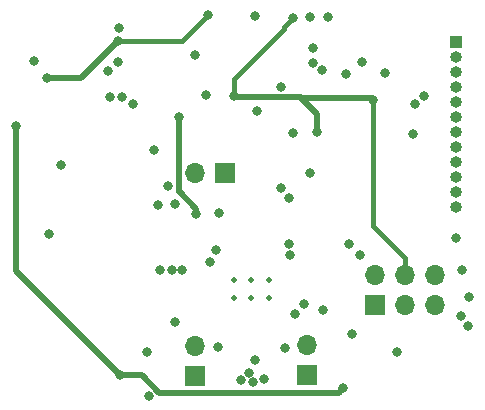
<source format=gbr>
%TF.GenerationSoftware,KiCad,Pcbnew,(5.1.6)-1*%
%TF.CreationDate,2021-10-06T19:04:01+02:00*%
%TF.ProjectId,DotBot,446f7442-6f74-42e6-9b69-6361645f7063,rev?*%
%TF.SameCoordinates,Original*%
%TF.FileFunction,Copper,L3,Inr*%
%TF.FilePolarity,Positive*%
%FSLAX46Y46*%
G04 Gerber Fmt 4.6, Leading zero omitted, Abs format (unit mm)*
G04 Created by KiCad (PCBNEW (5.1.6)-1) date 2021-10-06 19:04:01*
%MOMM*%
%LPD*%
G01*
G04 APERTURE LIST*
%TA.AperFunction,ViaPad*%
%ADD10O,1.000000X1.000000*%
%TD*%
%TA.AperFunction,ViaPad*%
%ADD11R,1.000000X1.000000*%
%TD*%
%TA.AperFunction,ViaPad*%
%ADD12O,1.700000X1.700000*%
%TD*%
%TA.AperFunction,ViaPad*%
%ADD13R,1.700000X1.700000*%
%TD*%
%TA.AperFunction,ViaPad*%
%ADD14C,0.500000*%
%TD*%
%TA.AperFunction,ViaPad*%
%ADD15C,0.800000*%
%TD*%
%TA.AperFunction,Conductor*%
%ADD16C,0.500000*%
%TD*%
%TA.AperFunction,Conductor*%
%ADD17C,0.400000*%
%TD*%
G04 APERTURE END LIST*
D10*
%TO.N,P1_09*%
%TO.C,J5*%
X112800000Y-65070000D03*
%TO.N,P0_28*%
X112800000Y-63800000D03*
%TO.N,P0_02*%
X112800000Y-62530000D03*
%TO.N,P0_11*%
X112800000Y-61260000D03*
%TO.N,P0_15*%
X112800000Y-59990000D03*
%TO.N,P0_17*%
X112800000Y-58720000D03*
%TO.N,P0_04*%
X112800000Y-57450000D03*
%TO.N,P0_03*%
X112800000Y-56180000D03*
%TO.N,P0_05*%
X112800000Y-54910000D03*
%TO.N,P0_20*%
X112800000Y-53640000D03*
%TO.N,P0_29*%
X112800000Y-52370000D03*
D11*
%TO.N,P0_30*%
X112800000Y-51100000D03*
%TD*%
D12*
%TO.N,GND*%
%TO.C,J6*%
X111080000Y-70760000D03*
X111080000Y-73300000D03*
%TO.N,VDD*%
X108540000Y-70760000D03*
%TO.N,P0_09*%
X108540000Y-73300000D03*
%TO.N,P0_10*%
X106000000Y-70760000D03*
D13*
%TO.N,P0_31*%
X106000000Y-73300000D03*
%TD*%
D12*
%TO.N,Net-(C16-Pad2)*%
%TO.C,J2*%
X100200000Y-76760000D03*
D13*
%TO.N,Net-(C16-Pad1)*%
X100200000Y-79300000D03*
%TD*%
D12*
%TO.N,Net-(J4-Pad2)*%
%TO.C,J4*%
X90772000Y-62176000D03*
D13*
%TO.N,GND*%
X93312000Y-62176000D03*
%TD*%
D12*
%TO.N,Net-(C15-Pad2)*%
%TO.C,J1*%
X90750000Y-76810000D03*
D13*
%TO.N,Net-(C15-Pad1)*%
X90750000Y-79350000D03*
%TD*%
D14*
%TO.N,GND*%
%TO.C,U3*%
X97000000Y-71250000D03*
X97000000Y-72750000D03*
X95500000Y-71250000D03*
X95500000Y-72750000D03*
X94000000Y-71250000D03*
X94000000Y-72750000D03*
%TD*%
D15*
%TO.N,GND*%
X84300000Y-49900000D03*
X104000000Y-75800000D03*
X100700000Y-52850000D03*
X101500000Y-53450000D03*
X94625000Y-79675000D03*
X96575000Y-79625000D03*
X95299986Y-79099986D03*
X95825000Y-77975000D03*
X95650000Y-79875000D03*
X97974979Y-54850000D03*
X100450000Y-62175000D03*
X90700000Y-52150000D03*
X91700000Y-55550000D03*
X95800000Y-48850000D03*
X86700000Y-77300000D03*
X77100000Y-52650000D03*
X101600000Y-73800000D03*
X89600000Y-70350000D03*
X88750000Y-70350000D03*
X87750000Y-70350000D03*
X87637500Y-64912500D03*
X88450000Y-63300000D03*
X89000000Y-64750000D03*
X92799994Y-65550006D03*
X87250000Y-60200000D03*
X83500000Y-55750000D03*
X84550000Y-55750000D03*
X85450000Y-56300000D03*
%TO.N,+3V3*%
X84362357Y-79250010D03*
X91800000Y-48750000D03*
X84200000Y-51000000D03*
X103300000Y-80350000D03*
X75600000Y-58199996D03*
X78200000Y-54150000D03*
%TO.N,+6V*%
X89350000Y-57450000D03*
X90850000Y-65599982D03*
%TO.N,VDD*%
X99000000Y-49050000D03*
X105825000Y-56000000D03*
X101100000Y-58650000D03*
X94025728Y-55675728D03*
%TO.N,P0_30*%
X102000000Y-48950000D03*
X84250000Y-52800000D03*
%TO.N,P0_29*%
X100500000Y-48950000D03*
X83400000Y-53550000D03*
%TO.N,P0_02*%
X98011833Y-63469958D03*
X92000000Y-69700000D03*
%TO.N,P0_05*%
X103500000Y-53750000D03*
X98375000Y-76950000D03*
X99925000Y-73275000D03*
%TO.N,P0_04*%
X92700000Y-76875000D03*
X99000000Y-58750000D03*
X99200000Y-74100000D03*
%TO.N,P0_03*%
X96000000Y-56950000D03*
%TO.N,P0_17*%
X86800000Y-81000000D03*
X104874537Y-52770132D03*
X109400000Y-56350000D03*
X109200000Y-58850000D03*
X107800000Y-77300000D03*
%TO.N,P0_15*%
X106813516Y-53675904D03*
X110100000Y-55650000D03*
%TO.N,P0_10*%
X113900000Y-72700000D03*
%TO.N,P1_09*%
X98700000Y-68175000D03*
X112800000Y-67649996D03*
X103800000Y-68174998D03*
%TO.N,P0_11*%
X98750000Y-69125000D03*
X113350000Y-70350000D03*
X104700000Y-69125002D03*
%TO.N,P0_31*%
X113850000Y-75150000D03*
%TO.N,P0_28*%
X98700000Y-64249994D03*
X92497198Y-68712107D03*
%TO.N,P0_20*%
X100700000Y-51550000D03*
X78350000Y-67300000D03*
X79350000Y-61500000D03*
X89050000Y-74800000D03*
%TO.N,P0_09*%
X113250000Y-74250000D03*
%TD*%
D16*
%TO.N,+3V3*%
X87715684Y-80749999D02*
X102900001Y-80749999D01*
X102900001Y-80749999D02*
X103300000Y-80350000D01*
X84362357Y-79250010D02*
X86215695Y-79250010D01*
X86215695Y-79250010D02*
X87715684Y-80749999D01*
X84362357Y-79250010D02*
X75600000Y-70487653D01*
X75600000Y-70487653D02*
X75600000Y-58199996D01*
D17*
X89600000Y-50950000D02*
X91800000Y-48750000D01*
X89550000Y-51000000D02*
X89600000Y-50950000D01*
X84200000Y-51000000D02*
X89550000Y-51000000D01*
D16*
X84200000Y-51000000D02*
X81050000Y-54150000D01*
X81050000Y-54150000D02*
X78200000Y-54150000D01*
%TO.N,+6V*%
X89350000Y-63100000D02*
X89350000Y-63743998D01*
X89350000Y-63150000D02*
X89350000Y-57450000D01*
X90850000Y-65200000D02*
X90850000Y-65599982D01*
X89350000Y-63700000D02*
X90850000Y-65200000D01*
%TO.N,VDD*%
X105600728Y-55775728D02*
X105825000Y-56000000D01*
X99725728Y-55775728D02*
X105600728Y-55775728D01*
X101100000Y-57150000D02*
X101100000Y-58650000D01*
X99725728Y-55775728D02*
X101100000Y-57150000D01*
D17*
X105820000Y-56005000D02*
X105825000Y-56000000D01*
X105820000Y-65870000D02*
X105820000Y-56005000D01*
X105825000Y-65875000D02*
X105820000Y-65870000D01*
X98250000Y-50000000D02*
X97700000Y-50550000D01*
X98250000Y-49800000D02*
X98250000Y-50000000D01*
X97700000Y-50550000D02*
X97000000Y-51250000D01*
X99000000Y-49050000D02*
X98250000Y-49800000D01*
X105820000Y-66620000D02*
X105820000Y-65890000D01*
X108540000Y-69340000D02*
X105820000Y-66620000D01*
X108540000Y-70760000D02*
X108540000Y-69340000D01*
X94025728Y-54225728D02*
X94025728Y-55675728D01*
X97000000Y-51251456D02*
X94025728Y-54225728D01*
D16*
X94075728Y-55725728D02*
X94025728Y-55675728D01*
X99675728Y-55725728D02*
X94075728Y-55725728D01*
X99700000Y-55750000D02*
X99675728Y-55725728D01*
%TD*%
M02*

</source>
